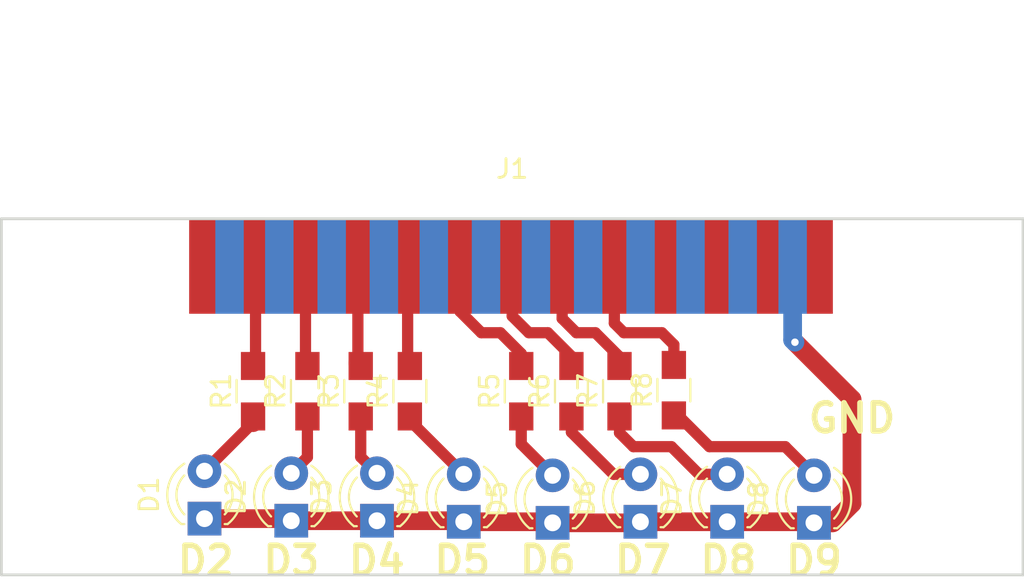
<source format=kicad_pcb>
(kicad_pcb (version 4) (host pcbnew 4.0.4-stable)

  (general
    (links 24)
    (no_connects 0)
    (area 138.354999 88.824999 193.115001 108.025001)
    (thickness 1.6)
    (drawings 13)
    (tracks 73)
    (zones 0)
    (modules 17)
    (nets 34)
  )

  (page A4)
  (layers
    (0 F.Cu signal)
    (31 B.Cu signal)
    (32 B.Adhes user)
    (33 F.Adhes user)
    (34 B.Paste user)
    (35 F.Paste user)
    (36 B.SilkS user)
    (37 F.SilkS user)
    (38 B.Mask user)
    (39 F.Mask user)
    (40 Dwgs.User user)
    (41 Cmts.User user)
    (42 Eco1.User user)
    (43 Eco2.User user)
    (44 Edge.Cuts user)
    (45 Margin user)
    (46 B.CrtYd user)
    (47 F.CrtYd user)
    (48 B.Fab user)
    (49 F.Fab user)
  )

  (setup
    (last_trace_width 0.6)
    (user_trace_width 0.6)
    (user_trace_width 0.8)
    (user_trace_width 1)
    (user_trace_width 1.6)
    (user_trace_width 1.8)
    (trace_clearance 0.2)
    (zone_clearance 0.508)
    (zone_45_only no)
    (trace_min 0.2)
    (segment_width 0.2)
    (edge_width 0.15)
    (via_size 0.6)
    (via_drill 0.4)
    (via_min_size 0.4)
    (via_min_drill 0.3)
    (uvia_size 0.3)
    (uvia_drill 0.1)
    (uvias_allowed no)
    (uvia_min_size 0.2)
    (uvia_min_drill 0.1)
    (pcb_text_width 0.3)
    (pcb_text_size 1.5 1.5)
    (mod_edge_width 0.15)
    (mod_text_size 1 1)
    (mod_text_width 0.15)
    (pad_size 1.524 1.524)
    (pad_drill 0.762)
    (pad_to_mask_clearance 0.2)
    (aux_axis_origin 0 0)
    (visible_elements 7FFFFFFF)
    (pcbplotparams
      (layerselection 0x00030_80000001)
      (usegerberextensions false)
      (excludeedgelayer true)
      (linewidth 0.100000)
      (plotframeref false)
      (viasonmask false)
      (mode 1)
      (useauxorigin false)
      (hpglpennumber 1)
      (hpglpenspeed 20)
      (hpglpendiameter 15)
      (hpglpenoverlay 2)
      (psnegative false)
      (psa4output false)
      (plotreference true)
      (plotvalue true)
      (plotinvisibletext false)
      (padsonsilk false)
      (subtractmaskfromsilk false)
      (outputformat 1)
      (mirror false)
      (drillshape 1)
      (scaleselection 1)
      (outputdirectory ""))
  )

  (net 0 "")
  (net 1 /GND)
  (net 2 "Net-(D1-Pad2)")
  (net 3 "Net-(D2-Pad2)")
  (net 4 "Net-(D3-Pad2)")
  (net 5 "Net-(D4-Pad2)")
  (net 6 "Net-(D5-Pad2)")
  (net 7 "Net-(D6-Pad2)")
  (net 8 "Net-(D7-Pad2)")
  (net 9 "Net-(D8-Pad2)")
  (net 10 "Net-(J1-Pad1)")
  (net 11 /D0)
  (net 12 /D1)
  (net 13 /D2)
  (net 14 /D3)
  (net 15 /D4)
  (net 16 /D5)
  (net 17 /D6)
  (net 18 /D7)
  (net 19 "Net-(J1-Pad10)")
  (net 20 "Net-(J1-Pad11)")
  (net 21 "Net-(J1-Pad12)")
  (net 22 "Net-(J1-Pad13)")
  (net 23 "Net-(J1-Pad14)")
  (net 24 "Net-(J1-Pad15)")
  (net 25 "Net-(J1-Pad16)")
  (net 26 "Net-(J1-Pad17)")
  (net 27 "Net-(J1-Pad18)")
  (net 28 "Net-(J1-Pad19)")
  (net 29 "Net-(J1-Pad20)")
  (net 30 "Net-(J1-Pad21)")
  (net 31 "Net-(J1-Pad22)")
  (net 32 "Net-(J1-Pad23)")
  (net 33 "Net-(J1-Pad24)")

  (net_class Default "This is the default net class."
    (clearance 0.2)
    (trace_width 0.25)
    (via_dia 0.6)
    (via_drill 0.4)
    (uvia_dia 0.3)
    (uvia_drill 0.1)
    (add_net /D0)
    (add_net /D1)
    (add_net /D2)
    (add_net /D3)
    (add_net /D4)
    (add_net /D5)
    (add_net /D6)
    (add_net /D7)
    (add_net /GND)
    (add_net "Net-(D1-Pad2)")
    (add_net "Net-(D2-Pad2)")
    (add_net "Net-(D3-Pad2)")
    (add_net "Net-(D4-Pad2)")
    (add_net "Net-(D5-Pad2)")
    (add_net "Net-(D6-Pad2)")
    (add_net "Net-(D7-Pad2)")
    (add_net "Net-(D8-Pad2)")
    (add_net "Net-(J1-Pad1)")
    (add_net "Net-(J1-Pad10)")
    (add_net "Net-(J1-Pad11)")
    (add_net "Net-(J1-Pad12)")
    (add_net "Net-(J1-Pad13)")
    (add_net "Net-(J1-Pad14)")
    (add_net "Net-(J1-Pad15)")
    (add_net "Net-(J1-Pad16)")
    (add_net "Net-(J1-Pad17)")
    (add_net "Net-(J1-Pad18)")
    (add_net "Net-(J1-Pad19)")
    (add_net "Net-(J1-Pad20)")
    (add_net "Net-(J1-Pad21)")
    (add_net "Net-(J1-Pad22)")
    (add_net "Net-(J1-Pad23)")
    (add_net "Net-(J1-Pad24)")
  )

  (module LEDs:LED_D3.0mm (layer F.Cu) (tedit 587A3A7B) (tstamp 5953B0B6)
    (at 149.28596 104.94264 90)
    (descr "LED, diameter 3.0mm, 2 pins")
    (tags "LED diameter 3.0mm 2 pins")
    (path /5953A2B2)
    (fp_text reference D1 (at 1.27 -2.96 90) (layer F.SilkS)
      (effects (font (size 1 1) (thickness 0.15)))
    )
    (fp_text value LED (at 1.27 2.96 90) (layer F.Fab)
      (effects (font (size 1 1) (thickness 0.15)))
    )
    (fp_arc (start 1.27 0) (end -0.23 -1.16619) (angle 284.3) (layer F.Fab) (width 0.1))
    (fp_arc (start 1.27 0) (end -0.29 -1.235516) (angle 108.8) (layer F.SilkS) (width 0.12))
    (fp_arc (start 1.27 0) (end -0.29 1.235516) (angle -108.8) (layer F.SilkS) (width 0.12))
    (fp_arc (start 1.27 0) (end 0.229039 -1.08) (angle 87.9) (layer F.SilkS) (width 0.12))
    (fp_arc (start 1.27 0) (end 0.229039 1.08) (angle -87.9) (layer F.SilkS) (width 0.12))
    (fp_circle (center 1.27 0) (end 2.77 0) (layer F.Fab) (width 0.1))
    (fp_line (start -0.23 -1.16619) (end -0.23 1.16619) (layer F.Fab) (width 0.1))
    (fp_line (start -0.29 -1.236) (end -0.29 -1.08) (layer F.SilkS) (width 0.12))
    (fp_line (start -0.29 1.08) (end -0.29 1.236) (layer F.SilkS) (width 0.12))
    (fp_line (start -1.15 -2.25) (end -1.15 2.25) (layer F.CrtYd) (width 0.05))
    (fp_line (start -1.15 2.25) (end 3.7 2.25) (layer F.CrtYd) (width 0.05))
    (fp_line (start 3.7 2.25) (end 3.7 -2.25) (layer F.CrtYd) (width 0.05))
    (fp_line (start 3.7 -2.25) (end -1.15 -2.25) (layer F.CrtYd) (width 0.05))
    (pad 1 thru_hole rect (at 0 0 90) (size 1.8 1.8) (drill 0.9) (layers *.Cu *.Mask)
      (net 1 /GND))
    (pad 2 thru_hole circle (at 2.54 0 90) (size 1.8 1.8) (drill 0.9) (layers *.Cu *.Mask)
      (net 2 "Net-(D1-Pad2)"))
    (model LEDs.3dshapes/LED_D3.0mm.wrl
      (at (xyz 0 0 0))
      (scale (xyz 0.393701 0.393701 0.393701))
      (rotate (xyz 0 0 0))
    )
  )

  (module LEDs:LED_D3.0mm (layer F.Cu) (tedit 587A3A7B) (tstamp 5953B0C9)
    (at 153.924 105.0544 90)
    (descr "LED, diameter 3.0mm, 2 pins")
    (tags "LED diameter 3.0mm 2 pins")
    (path /5953A42F)
    (fp_text reference D2 (at 1.27 -2.96 90) (layer F.SilkS)
      (effects (font (size 1 1) (thickness 0.15)))
    )
    (fp_text value LED (at 1.27 2.96 90) (layer F.Fab)
      (effects (font (size 1 1) (thickness 0.15)))
    )
    (fp_arc (start 1.27 0) (end -0.23 -1.16619) (angle 284.3) (layer F.Fab) (width 0.1))
    (fp_arc (start 1.27 0) (end -0.29 -1.235516) (angle 108.8) (layer F.SilkS) (width 0.12))
    (fp_arc (start 1.27 0) (end -0.29 1.235516) (angle -108.8) (layer F.SilkS) (width 0.12))
    (fp_arc (start 1.27 0) (end 0.229039 -1.08) (angle 87.9) (layer F.SilkS) (width 0.12))
    (fp_arc (start 1.27 0) (end 0.229039 1.08) (angle -87.9) (layer F.SilkS) (width 0.12))
    (fp_circle (center 1.27 0) (end 2.77 0) (layer F.Fab) (width 0.1))
    (fp_line (start -0.23 -1.16619) (end -0.23 1.16619) (layer F.Fab) (width 0.1))
    (fp_line (start -0.29 -1.236) (end -0.29 -1.08) (layer F.SilkS) (width 0.12))
    (fp_line (start -0.29 1.08) (end -0.29 1.236) (layer F.SilkS) (width 0.12))
    (fp_line (start -1.15 -2.25) (end -1.15 2.25) (layer F.CrtYd) (width 0.05))
    (fp_line (start -1.15 2.25) (end 3.7 2.25) (layer F.CrtYd) (width 0.05))
    (fp_line (start 3.7 2.25) (end 3.7 -2.25) (layer F.CrtYd) (width 0.05))
    (fp_line (start 3.7 -2.25) (end -1.15 -2.25) (layer F.CrtYd) (width 0.05))
    (pad 1 thru_hole rect (at 0 0 90) (size 1.8 1.8) (drill 0.9) (layers *.Cu *.Mask)
      (net 1 /GND))
    (pad 2 thru_hole circle (at 2.54 0 90) (size 1.8 1.8) (drill 0.9) (layers *.Cu *.Mask)
      (net 3 "Net-(D2-Pad2)"))
    (model LEDs.3dshapes/LED_D3.0mm.wrl
      (at (xyz 0 0 0))
      (scale (xyz 0.393701 0.393701 0.393701))
      (rotate (xyz 0 0 0))
    )
  )

  (module LEDs:LED_D3.0mm (layer F.Cu) (tedit 587A3A7B) (tstamp 5953B0DC)
    (at 158.50616 105.0544 90)
    (descr "LED, diameter 3.0mm, 2 pins")
    (tags "LED diameter 3.0mm 2 pins")
    (path /5953A458)
    (fp_text reference D3 (at 1.27 -2.96 90) (layer F.SilkS)
      (effects (font (size 1 1) (thickness 0.15)))
    )
    (fp_text value LED (at 1.27 2.96 90) (layer F.Fab)
      (effects (font (size 1 1) (thickness 0.15)))
    )
    (fp_arc (start 1.27 0) (end -0.23 -1.16619) (angle 284.3) (layer F.Fab) (width 0.1))
    (fp_arc (start 1.27 0) (end -0.29 -1.235516) (angle 108.8) (layer F.SilkS) (width 0.12))
    (fp_arc (start 1.27 0) (end -0.29 1.235516) (angle -108.8) (layer F.SilkS) (width 0.12))
    (fp_arc (start 1.27 0) (end 0.229039 -1.08) (angle 87.9) (layer F.SilkS) (width 0.12))
    (fp_arc (start 1.27 0) (end 0.229039 1.08) (angle -87.9) (layer F.SilkS) (width 0.12))
    (fp_circle (center 1.27 0) (end 2.77 0) (layer F.Fab) (width 0.1))
    (fp_line (start -0.23 -1.16619) (end -0.23 1.16619) (layer F.Fab) (width 0.1))
    (fp_line (start -0.29 -1.236) (end -0.29 -1.08) (layer F.SilkS) (width 0.12))
    (fp_line (start -0.29 1.08) (end -0.29 1.236) (layer F.SilkS) (width 0.12))
    (fp_line (start -1.15 -2.25) (end -1.15 2.25) (layer F.CrtYd) (width 0.05))
    (fp_line (start -1.15 2.25) (end 3.7 2.25) (layer F.CrtYd) (width 0.05))
    (fp_line (start 3.7 2.25) (end 3.7 -2.25) (layer F.CrtYd) (width 0.05))
    (fp_line (start 3.7 -2.25) (end -1.15 -2.25) (layer F.CrtYd) (width 0.05))
    (pad 1 thru_hole rect (at 0 0 90) (size 1.8 1.8) (drill 0.9) (layers *.Cu *.Mask)
      (net 1 /GND))
    (pad 2 thru_hole circle (at 2.54 0 90) (size 1.8 1.8) (drill 0.9) (layers *.Cu *.Mask)
      (net 4 "Net-(D3-Pad2)"))
    (model LEDs.3dshapes/LED_D3.0mm.wrl
      (at (xyz 0 0 0))
      (scale (xyz 0.393701 0.393701 0.393701))
      (rotate (xyz 0 0 0))
    )
  )

  (module LEDs:LED_D3.0mm (layer F.Cu) (tedit 587A3A7B) (tstamp 5953B0EF)
    (at 163.1442 105.11028 90)
    (descr "LED, diameter 3.0mm, 2 pins")
    (tags "LED diameter 3.0mm 2 pins")
    (path /5953A47C)
    (fp_text reference D4 (at 1.27 -2.96 90) (layer F.SilkS)
      (effects (font (size 1 1) (thickness 0.15)))
    )
    (fp_text value LED (at 1.27 2.96 90) (layer F.Fab)
      (effects (font (size 1 1) (thickness 0.15)))
    )
    (fp_arc (start 1.27 0) (end -0.23 -1.16619) (angle 284.3) (layer F.Fab) (width 0.1))
    (fp_arc (start 1.27 0) (end -0.29 -1.235516) (angle 108.8) (layer F.SilkS) (width 0.12))
    (fp_arc (start 1.27 0) (end -0.29 1.235516) (angle -108.8) (layer F.SilkS) (width 0.12))
    (fp_arc (start 1.27 0) (end 0.229039 -1.08) (angle 87.9) (layer F.SilkS) (width 0.12))
    (fp_arc (start 1.27 0) (end 0.229039 1.08) (angle -87.9) (layer F.SilkS) (width 0.12))
    (fp_circle (center 1.27 0) (end 2.77 0) (layer F.Fab) (width 0.1))
    (fp_line (start -0.23 -1.16619) (end -0.23 1.16619) (layer F.Fab) (width 0.1))
    (fp_line (start -0.29 -1.236) (end -0.29 -1.08) (layer F.SilkS) (width 0.12))
    (fp_line (start -0.29 1.08) (end -0.29 1.236) (layer F.SilkS) (width 0.12))
    (fp_line (start -1.15 -2.25) (end -1.15 2.25) (layer F.CrtYd) (width 0.05))
    (fp_line (start -1.15 2.25) (end 3.7 2.25) (layer F.CrtYd) (width 0.05))
    (fp_line (start 3.7 2.25) (end 3.7 -2.25) (layer F.CrtYd) (width 0.05))
    (fp_line (start 3.7 -2.25) (end -1.15 -2.25) (layer F.CrtYd) (width 0.05))
    (pad 1 thru_hole rect (at 0 0 90) (size 1.8 1.8) (drill 0.9) (layers *.Cu *.Mask)
      (net 1 /GND))
    (pad 2 thru_hole circle (at 2.54 0 90) (size 1.8 1.8) (drill 0.9) (layers *.Cu *.Mask)
      (net 5 "Net-(D4-Pad2)"))
    (model LEDs.3dshapes/LED_D3.0mm.wrl
      (at (xyz 0 0 0))
      (scale (xyz 0.393701 0.393701 0.393701))
      (rotate (xyz 0 0 0))
    )
  )

  (module LEDs:LED_D3.0mm (layer F.Cu) (tedit 587A3A7B) (tstamp 5953B102)
    (at 167.894 105.16616 90)
    (descr "LED, diameter 3.0mm, 2 pins")
    (tags "LED diameter 3.0mm 2 pins")
    (path /5953A4A9)
    (fp_text reference D5 (at 1.27 -2.96 90) (layer F.SilkS)
      (effects (font (size 1 1) (thickness 0.15)))
    )
    (fp_text value LED (at 1.27 2.96 90) (layer F.Fab)
      (effects (font (size 1 1) (thickness 0.15)))
    )
    (fp_arc (start 1.27 0) (end -0.23 -1.16619) (angle 284.3) (layer F.Fab) (width 0.1))
    (fp_arc (start 1.27 0) (end -0.29 -1.235516) (angle 108.8) (layer F.SilkS) (width 0.12))
    (fp_arc (start 1.27 0) (end -0.29 1.235516) (angle -108.8) (layer F.SilkS) (width 0.12))
    (fp_arc (start 1.27 0) (end 0.229039 -1.08) (angle 87.9) (layer F.SilkS) (width 0.12))
    (fp_arc (start 1.27 0) (end 0.229039 1.08) (angle -87.9) (layer F.SilkS) (width 0.12))
    (fp_circle (center 1.27 0) (end 2.77 0) (layer F.Fab) (width 0.1))
    (fp_line (start -0.23 -1.16619) (end -0.23 1.16619) (layer F.Fab) (width 0.1))
    (fp_line (start -0.29 -1.236) (end -0.29 -1.08) (layer F.SilkS) (width 0.12))
    (fp_line (start -0.29 1.08) (end -0.29 1.236) (layer F.SilkS) (width 0.12))
    (fp_line (start -1.15 -2.25) (end -1.15 2.25) (layer F.CrtYd) (width 0.05))
    (fp_line (start -1.15 2.25) (end 3.7 2.25) (layer F.CrtYd) (width 0.05))
    (fp_line (start 3.7 2.25) (end 3.7 -2.25) (layer F.CrtYd) (width 0.05))
    (fp_line (start 3.7 -2.25) (end -1.15 -2.25) (layer F.CrtYd) (width 0.05))
    (pad 1 thru_hole rect (at 0 0 90) (size 1.8 1.8) (drill 0.9) (layers *.Cu *.Mask)
      (net 1 /GND))
    (pad 2 thru_hole circle (at 2.54 0 90) (size 1.8 1.8) (drill 0.9) (layers *.Cu *.Mask)
      (net 6 "Net-(D5-Pad2)"))
    (model LEDs.3dshapes/LED_D3.0mm.wrl
      (at (xyz 0 0 0))
      (scale (xyz 0.393701 0.393701 0.393701))
      (rotate (xyz 0 0 0))
    )
  )

  (module LEDs:LED_D3.0mm (layer F.Cu) (tedit 587A3A7B) (tstamp 5953B115)
    (at 172.58792 105.11028 90)
    (descr "LED, diameter 3.0mm, 2 pins")
    (tags "LED diameter 3.0mm 2 pins")
    (path /5953A4D3)
    (fp_text reference D6 (at 1.27 -2.96 90) (layer F.SilkS)
      (effects (font (size 1 1) (thickness 0.15)))
    )
    (fp_text value LED (at 1.27 2.96 90) (layer F.Fab)
      (effects (font (size 1 1) (thickness 0.15)))
    )
    (fp_arc (start 1.27 0) (end -0.23 -1.16619) (angle 284.3) (layer F.Fab) (width 0.1))
    (fp_arc (start 1.27 0) (end -0.29 -1.235516) (angle 108.8) (layer F.SilkS) (width 0.12))
    (fp_arc (start 1.27 0) (end -0.29 1.235516) (angle -108.8) (layer F.SilkS) (width 0.12))
    (fp_arc (start 1.27 0) (end 0.229039 -1.08) (angle 87.9) (layer F.SilkS) (width 0.12))
    (fp_arc (start 1.27 0) (end 0.229039 1.08) (angle -87.9) (layer F.SilkS) (width 0.12))
    (fp_circle (center 1.27 0) (end 2.77 0) (layer F.Fab) (width 0.1))
    (fp_line (start -0.23 -1.16619) (end -0.23 1.16619) (layer F.Fab) (width 0.1))
    (fp_line (start -0.29 -1.236) (end -0.29 -1.08) (layer F.SilkS) (width 0.12))
    (fp_line (start -0.29 1.08) (end -0.29 1.236) (layer F.SilkS) (width 0.12))
    (fp_line (start -1.15 -2.25) (end -1.15 2.25) (layer F.CrtYd) (width 0.05))
    (fp_line (start -1.15 2.25) (end 3.7 2.25) (layer F.CrtYd) (width 0.05))
    (fp_line (start 3.7 2.25) (end 3.7 -2.25) (layer F.CrtYd) (width 0.05))
    (fp_line (start 3.7 -2.25) (end -1.15 -2.25) (layer F.CrtYd) (width 0.05))
    (pad 1 thru_hole rect (at 0 0 90) (size 1.8 1.8) (drill 0.9) (layers *.Cu *.Mask)
      (net 1 /GND))
    (pad 2 thru_hole circle (at 2.54 0 90) (size 1.8 1.8) (drill 0.9) (layers *.Cu *.Mask)
      (net 7 "Net-(D6-Pad2)"))
    (model LEDs.3dshapes/LED_D3.0mm.wrl
      (at (xyz 0 0 0))
      (scale (xyz 0.393701 0.393701 0.393701))
      (rotate (xyz 0 0 0))
    )
  )

  (module LEDs:LED_D3.0mm (layer F.Cu) (tedit 587A3A7B) (tstamp 5953B128)
    (at 177.22596 105.11028 90)
    (descr "LED, diameter 3.0mm, 2 pins")
    (tags "LED diameter 3.0mm 2 pins")
    (path /5953A500)
    (fp_text reference D7 (at 1.27 -2.96 90) (layer F.SilkS)
      (effects (font (size 1 1) (thickness 0.15)))
    )
    (fp_text value LED (at 1.27 2.96 90) (layer F.Fab)
      (effects (font (size 1 1) (thickness 0.15)))
    )
    (fp_arc (start 1.27 0) (end -0.23 -1.16619) (angle 284.3) (layer F.Fab) (width 0.1))
    (fp_arc (start 1.27 0) (end -0.29 -1.235516) (angle 108.8) (layer F.SilkS) (width 0.12))
    (fp_arc (start 1.27 0) (end -0.29 1.235516) (angle -108.8) (layer F.SilkS) (width 0.12))
    (fp_arc (start 1.27 0) (end 0.229039 -1.08) (angle 87.9) (layer F.SilkS) (width 0.12))
    (fp_arc (start 1.27 0) (end 0.229039 1.08) (angle -87.9) (layer F.SilkS) (width 0.12))
    (fp_circle (center 1.27 0) (end 2.77 0) (layer F.Fab) (width 0.1))
    (fp_line (start -0.23 -1.16619) (end -0.23 1.16619) (layer F.Fab) (width 0.1))
    (fp_line (start -0.29 -1.236) (end -0.29 -1.08) (layer F.SilkS) (width 0.12))
    (fp_line (start -0.29 1.08) (end -0.29 1.236) (layer F.SilkS) (width 0.12))
    (fp_line (start -1.15 -2.25) (end -1.15 2.25) (layer F.CrtYd) (width 0.05))
    (fp_line (start -1.15 2.25) (end 3.7 2.25) (layer F.CrtYd) (width 0.05))
    (fp_line (start 3.7 2.25) (end 3.7 -2.25) (layer F.CrtYd) (width 0.05))
    (fp_line (start 3.7 -2.25) (end -1.15 -2.25) (layer F.CrtYd) (width 0.05))
    (pad 1 thru_hole rect (at 0 0 90) (size 1.8 1.8) (drill 0.9) (layers *.Cu *.Mask)
      (net 1 /GND))
    (pad 2 thru_hole circle (at 2.54 0 90) (size 1.8 1.8) (drill 0.9) (layers *.Cu *.Mask)
      (net 8 "Net-(D7-Pad2)"))
    (model LEDs.3dshapes/LED_D3.0mm.wrl
      (at (xyz 0 0 0))
      (scale (xyz 0.393701 0.393701 0.393701))
      (rotate (xyz 0 0 0))
    )
  )

  (module LEDs:LED_D3.0mm (layer F.Cu) (tedit 587A3A7B) (tstamp 5953B13B)
    (at 181.864 105.16616 90)
    (descr "LED, diameter 3.0mm, 2 pins")
    (tags "LED diameter 3.0mm 2 pins")
    (path /5953A530)
    (fp_text reference D8 (at 1.27 -2.96 90) (layer F.SilkS)
      (effects (font (size 1 1) (thickness 0.15)))
    )
    (fp_text value LED (at 1.27 2.96 90) (layer F.Fab)
      (effects (font (size 1 1) (thickness 0.15)))
    )
    (fp_arc (start 1.27 0) (end -0.23 -1.16619) (angle 284.3) (layer F.Fab) (width 0.1))
    (fp_arc (start 1.27 0) (end -0.29 -1.235516) (angle 108.8) (layer F.SilkS) (width 0.12))
    (fp_arc (start 1.27 0) (end -0.29 1.235516) (angle -108.8) (layer F.SilkS) (width 0.12))
    (fp_arc (start 1.27 0) (end 0.229039 -1.08) (angle 87.9) (layer F.SilkS) (width 0.12))
    (fp_arc (start 1.27 0) (end 0.229039 1.08) (angle -87.9) (layer F.SilkS) (width 0.12))
    (fp_circle (center 1.27 0) (end 2.77 0) (layer F.Fab) (width 0.1))
    (fp_line (start -0.23 -1.16619) (end -0.23 1.16619) (layer F.Fab) (width 0.1))
    (fp_line (start -0.29 -1.236) (end -0.29 -1.08) (layer F.SilkS) (width 0.12))
    (fp_line (start -0.29 1.08) (end -0.29 1.236) (layer F.SilkS) (width 0.12))
    (fp_line (start -1.15 -2.25) (end -1.15 2.25) (layer F.CrtYd) (width 0.05))
    (fp_line (start -1.15 2.25) (end 3.7 2.25) (layer F.CrtYd) (width 0.05))
    (fp_line (start 3.7 2.25) (end 3.7 -2.25) (layer F.CrtYd) (width 0.05))
    (fp_line (start 3.7 -2.25) (end -1.15 -2.25) (layer F.CrtYd) (width 0.05))
    (pad 1 thru_hole rect (at 0 0 90) (size 1.8 1.8) (drill 0.9) (layers *.Cu *.Mask)
      (net 1 /GND))
    (pad 2 thru_hole circle (at 2.54 0 90) (size 1.8 1.8) (drill 0.9) (layers *.Cu *.Mask)
      (net 9 "Net-(D8-Pad2)"))
    (model LEDs.3dshapes/LED_D3.0mm.wrl
      (at (xyz 0 0 0))
      (scale (xyz 0.393701 0.393701 0.393701))
      (rotate (xyz 0 0 0))
    )
  )

  (module Connect:DB25F_CI (layer F.Cu) (tedit 0) (tstamp 5953B16D)
    (at 149.225 91.44)
    (descr "Connecteur DB25 femelle encarte")
    (tags "CONN DB25")
    (path /5953A21B)
    (fp_text reference J1 (at 16.51 -5.21 180) (layer F.SilkS)
      (effects (font (size 1 1) (thickness 0.15)))
    )
    (fp_text value DB25 (at 16.51 -11.56 180) (layer F.Fab)
      (effects (font (size 1 1) (thickness 0.15)))
    )
    (fp_text user 1 (at 0 -4.57 180) (layer F.Fab)
      (effects (font (size 1 1) (thickness 0.15)))
    )
    (fp_line (start 35.56 -3.17) (end 35.56 -1.52) (layer F.Fab) (width 0.1))
    (fp_line (start 35.56 -1.52) (end 34.16 -1.52) (layer F.Fab) (width 0.1))
    (fp_line (start -2.54 -3.17) (end -2.54 -1.65) (layer F.Fab) (width 0.1))
    (fp_line (start -2.54 -1.65) (end -1.27 -1.65) (layer F.Fab) (width 0.1))
    (fp_line (start 36.83 -3.17) (end -3.81 -3.17) (layer F.Fab) (width 0.1))
    (fp_line (start -3.81 -3.17) (end -3.81 -6.98) (layer F.Fab) (width 0.1))
    (fp_line (start -3.81 -6.98) (end 36.83 -6.98) (layer F.Fab) (width 0.1))
    (fp_line (start 36.83 -6.98) (end 36.83 -3.17) (layer F.Fab) (width 0.1))
    (fp_line (start -3.81 -6.98) (end -8.89 -6.98) (layer F.Fab) (width 0.1))
    (fp_line (start -8.89 -6.98) (end -8.89 -8.25) (layer F.Fab) (width 0.1))
    (fp_line (start -8.89 -8.25) (end 41.91 -8.25) (layer F.Fab) (width 0.1))
    (fp_line (start 41.91 -8.25) (end 41.91 -6.98) (layer F.Fab) (width 0.1))
    (fp_line (start 41.91 -6.98) (end 36.83 -6.98) (layer F.Fab) (width 0.1))
    (fp_line (start -3.81 -8.25) (end -3.81 -13.97) (layer F.Fab) (width 0.1))
    (fp_line (start -3.81 -13.97) (end 36.83 -13.97) (layer F.Fab) (width 0.1))
    (fp_line (start 36.83 -13.97) (end 36.83 -8.25) (layer F.Fab) (width 0.1))
    (fp_line (start -9.14 -14.22) (end 42.16 -14.22) (layer F.CrtYd) (width 0.05))
    (fp_line (start -9.14 -14.22) (end -9.14 1.01) (layer F.CrtYd) (width 0.05))
    (fp_line (start 42.16 1.01) (end 42.16 -14.22) (layer F.CrtYd) (width 0.05))
    (fp_line (start 42.16 1.01) (end -9.14 1.01) (layer F.CrtYd) (width 0.05))
    (pad 1 connect rect (at 0 0 90) (size 5.08 1.52) (layers F.Cu F.Mask)
      (net 10 "Net-(J1-Pad1)"))
    (pad 2 connect rect (at 2.79 0 90) (size 5.08 1.52) (layers F.Cu F.Mask)
      (net 11 /D0))
    (pad 3 connect rect (at 5.46 0 90) (size 5.08 1.52) (layers F.Cu F.Mask)
      (net 12 /D1))
    (pad 4 connect rect (at 8.26 0 90) (size 5.08 1.52) (layers F.Cu F.Mask)
      (net 13 /D2))
    (pad 5 connect rect (at 10.92 0 90) (size 5.08 1.52) (layers F.Cu F.Mask)
      (net 14 /D3))
    (pad 6 connect rect (at 13.72 0 90) (size 5.08 1.52) (layers F.Cu F.Mask)
      (net 15 /D4))
    (pad 7 connect rect (at 16.51 0 90) (size 5.08 1.52) (layers F.Cu F.Mask)
      (net 16 /D5))
    (pad 8 connect rect (at 19.18 0 90) (size 5.08 1.52) (layers F.Cu F.Mask)
      (net 17 /D6))
    (pad 9 connect rect (at 21.97 0 90) (size 5.08 1.52) (layers F.Cu F.Mask)
      (net 18 /D7))
    (pad 10 connect rect (at 24.64 0 90) (size 5.08 1.52) (layers F.Cu F.Mask)
      (net 19 "Net-(J1-Pad10)"))
    (pad 11 connect rect (at 27.43 0 90) (size 5.08 1.52) (layers F.Cu F.Mask)
      (net 20 "Net-(J1-Pad11)"))
    (pad 12 connect rect (at 30.23 0 90) (size 5.08 1.52) (layers F.Cu F.Mask)
      (net 21 "Net-(J1-Pad12)"))
    (pad 13 connect rect (at 32.89 0 90) (size 5.08 1.52) (layers F.Cu F.Mask)
      (net 22 "Net-(J1-Pad13)"))
    (pad 14 connect rect (at 1.4 0 90) (size 5.08 1.52) (layers B.Cu B.Mask)
      (net 23 "Net-(J1-Pad14)"))
    (pad 15 connect rect (at 4.06 0 90) (size 5.08 1.52) (layers B.Cu B.Mask)
      (net 24 "Net-(J1-Pad15)"))
    (pad 16 connect rect (at 6.86 0 90) (size 5.08 1.52) (layers B.Cu B.Mask)
      (net 25 "Net-(J1-Pad16)"))
    (pad 17 connect rect (at 9.65 0 90) (size 5.08 1.52) (layers B.Cu B.Mask)
      (net 26 "Net-(J1-Pad17)"))
    (pad 18 connect rect (at 12.32 0 90) (size 5.08 1.52) (layers B.Cu B.Mask)
      (net 27 "Net-(J1-Pad18)"))
    (pad 19 connect rect (at 15.11 0 90) (size 5.08 1.52) (layers B.Cu B.Mask)
      (net 28 "Net-(J1-Pad19)"))
    (pad 20 connect rect (at 17.78 0 90) (size 5.08 1.52) (layers B.Cu B.Mask)
      (net 29 "Net-(J1-Pad20)"))
    (pad 21 connect rect (at 20.57 0 90) (size 5.08 1.52) (layers B.Cu B.Mask)
      (net 30 "Net-(J1-Pad21)"))
    (pad 22 connect rect (at 23.37 0 90) (size 5.08 1.52) (layers B.Cu B.Mask)
      (net 31 "Net-(J1-Pad22)"))
    (pad 23 connect rect (at 26.04 0 90) (size 5.08 1.52) (layers B.Cu B.Mask)
      (net 32 "Net-(J1-Pad23)"))
    (pad 24 connect rect (at 28.83 0 90) (size 5.08 1.52) (layers B.Cu B.Mask)
      (net 33 "Net-(J1-Pad24)"))
    (pad 25 connect rect (at 31.5 0 90) (size 5.08 1.52) (layers B.Cu B.Mask)
      (net 1 /GND))
    (model Connectors.3dshapes/DB25F_CI.wrl
      (at (xyz 0.65 0.1 -0.03))
      (scale (xyz 0.98 1 1))
      (rotate (xyz 90 180 0))
    )
  )

  (module Resistors_SMD:R_0805_HandSoldering (layer F.Cu) (tedit 58E0A804) (tstamp 598EE266)
    (at 151.88184 98.12528 90)
    (descr "Resistor SMD 0805, hand soldering")
    (tags "resistor 0805")
    (path /5953A5C7)
    (attr smd)
    (fp_text reference R1 (at 0 -1.7 90) (layer F.SilkS)
      (effects (font (size 1 1) (thickness 0.15)))
    )
    (fp_text value R (at 0 1.75 90) (layer F.Fab)
      (effects (font (size 1 1) (thickness 0.15)))
    )
    (fp_text user %R (at 0 0 90) (layer F.Fab)
      (effects (font (size 0.5 0.5) (thickness 0.075)))
    )
    (fp_line (start -1 0.62) (end -1 -0.62) (layer F.Fab) (width 0.1))
    (fp_line (start 1 0.62) (end -1 0.62) (layer F.Fab) (width 0.1))
    (fp_line (start 1 -0.62) (end 1 0.62) (layer F.Fab) (width 0.1))
    (fp_line (start -1 -0.62) (end 1 -0.62) (layer F.Fab) (width 0.1))
    (fp_line (start 0.6 0.88) (end -0.6 0.88) (layer F.SilkS) (width 0.12))
    (fp_line (start -0.6 -0.88) (end 0.6 -0.88) (layer F.SilkS) (width 0.12))
    (fp_line (start -2.35 -0.9) (end 2.35 -0.9) (layer F.CrtYd) (width 0.05))
    (fp_line (start -2.35 -0.9) (end -2.35 0.9) (layer F.CrtYd) (width 0.05))
    (fp_line (start 2.35 0.9) (end 2.35 -0.9) (layer F.CrtYd) (width 0.05))
    (fp_line (start 2.35 0.9) (end -2.35 0.9) (layer F.CrtYd) (width 0.05))
    (pad 1 smd rect (at -1.35 0 90) (size 1.5 1.3) (layers F.Cu F.Paste F.Mask)
      (net 2 "Net-(D1-Pad2)"))
    (pad 2 smd rect (at 1.35 0 90) (size 1.5 1.3) (layers F.Cu F.Paste F.Mask)
      (net 11 /D0))
    (model ${KISYS3DMOD}/Resistors_SMD.3dshapes/R_0805.wrl
      (at (xyz 0 0 0))
      (scale (xyz 1 1 1))
      (rotate (xyz 0 0 0))
    )
  )

  (module Resistors_SMD:R_0805_HandSoldering (layer F.Cu) (tedit 58E0A804) (tstamp 598EE276)
    (at 154.7876 98.12528 90)
    (descr "Resistor SMD 0805, hand soldering")
    (tags "resistor 0805")
    (path /5953A62A)
    (attr smd)
    (fp_text reference R2 (at 0 -1.7 90) (layer F.SilkS)
      (effects (font (size 1 1) (thickness 0.15)))
    )
    (fp_text value R (at 0 1.75 90) (layer F.Fab)
      (effects (font (size 1 1) (thickness 0.15)))
    )
    (fp_text user %R (at 0 0 90) (layer F.Fab)
      (effects (font (size 0.5 0.5) (thickness 0.075)))
    )
    (fp_line (start -1 0.62) (end -1 -0.62) (layer F.Fab) (width 0.1))
    (fp_line (start 1 0.62) (end -1 0.62) (layer F.Fab) (width 0.1))
    (fp_line (start 1 -0.62) (end 1 0.62) (layer F.Fab) (width 0.1))
    (fp_line (start -1 -0.62) (end 1 -0.62) (layer F.Fab) (width 0.1))
    (fp_line (start 0.6 0.88) (end -0.6 0.88) (layer F.SilkS) (width 0.12))
    (fp_line (start -0.6 -0.88) (end 0.6 -0.88) (layer F.SilkS) (width 0.12))
    (fp_line (start -2.35 -0.9) (end 2.35 -0.9) (layer F.CrtYd) (width 0.05))
    (fp_line (start -2.35 -0.9) (end -2.35 0.9) (layer F.CrtYd) (width 0.05))
    (fp_line (start 2.35 0.9) (end 2.35 -0.9) (layer F.CrtYd) (width 0.05))
    (fp_line (start 2.35 0.9) (end -2.35 0.9) (layer F.CrtYd) (width 0.05))
    (pad 1 smd rect (at -1.35 0 90) (size 1.5 1.3) (layers F.Cu F.Paste F.Mask)
      (net 3 "Net-(D2-Pad2)"))
    (pad 2 smd rect (at 1.35 0 90) (size 1.5 1.3) (layers F.Cu F.Paste F.Mask)
      (net 12 /D1))
    (model ${KISYS3DMOD}/Resistors_SMD.3dshapes/R_0805.wrl
      (at (xyz 0 0 0))
      (scale (xyz 1 1 1))
      (rotate (xyz 0 0 0))
    )
  )

  (module Resistors_SMD:R_0805_HandSoldering (layer F.Cu) (tedit 58E0A804) (tstamp 598EE286)
    (at 157.63748 98.12528 90)
    (descr "Resistor SMD 0805, hand soldering")
    (tags "resistor 0805")
    (path /5953A663)
    (attr smd)
    (fp_text reference R3 (at 0 -1.7 90) (layer F.SilkS)
      (effects (font (size 1 1) (thickness 0.15)))
    )
    (fp_text value R (at 0 1.75 90) (layer F.Fab)
      (effects (font (size 1 1) (thickness 0.15)))
    )
    (fp_text user %R (at 0 0 90) (layer F.Fab)
      (effects (font (size 0.5 0.5) (thickness 0.075)))
    )
    (fp_line (start -1 0.62) (end -1 -0.62) (layer F.Fab) (width 0.1))
    (fp_line (start 1 0.62) (end -1 0.62) (layer F.Fab) (width 0.1))
    (fp_line (start 1 -0.62) (end 1 0.62) (layer F.Fab) (width 0.1))
    (fp_line (start -1 -0.62) (end 1 -0.62) (layer F.Fab) (width 0.1))
    (fp_line (start 0.6 0.88) (end -0.6 0.88) (layer F.SilkS) (width 0.12))
    (fp_line (start -0.6 -0.88) (end 0.6 -0.88) (layer F.SilkS) (width 0.12))
    (fp_line (start -2.35 -0.9) (end 2.35 -0.9) (layer F.CrtYd) (width 0.05))
    (fp_line (start -2.35 -0.9) (end -2.35 0.9) (layer F.CrtYd) (width 0.05))
    (fp_line (start 2.35 0.9) (end 2.35 -0.9) (layer F.CrtYd) (width 0.05))
    (fp_line (start 2.35 0.9) (end -2.35 0.9) (layer F.CrtYd) (width 0.05))
    (pad 1 smd rect (at -1.35 0 90) (size 1.5 1.3) (layers F.Cu F.Paste F.Mask)
      (net 4 "Net-(D3-Pad2)"))
    (pad 2 smd rect (at 1.35 0 90) (size 1.5 1.3) (layers F.Cu F.Paste F.Mask)
      (net 13 /D2))
    (model ${KISYS3DMOD}/Resistors_SMD.3dshapes/R_0805.wrl
      (at (xyz 0 0 0))
      (scale (xyz 1 1 1))
      (rotate (xyz 0 0 0))
    )
  )

  (module Resistors_SMD:R_0805_HandSoldering (layer F.Cu) (tedit 58E0A804) (tstamp 598EE296)
    (at 160.26384 98.12528 90)
    (descr "Resistor SMD 0805, hand soldering")
    (tags "resistor 0805")
    (path /5953A6A7)
    (attr smd)
    (fp_text reference R4 (at 0 -1.7 90) (layer F.SilkS)
      (effects (font (size 1 1) (thickness 0.15)))
    )
    (fp_text value R (at 0 1.75 90) (layer F.Fab)
      (effects (font (size 1 1) (thickness 0.15)))
    )
    (fp_text user %R (at 0 0 90) (layer F.Fab)
      (effects (font (size 0.5 0.5) (thickness 0.075)))
    )
    (fp_line (start -1 0.62) (end -1 -0.62) (layer F.Fab) (width 0.1))
    (fp_line (start 1 0.62) (end -1 0.62) (layer F.Fab) (width 0.1))
    (fp_line (start 1 -0.62) (end 1 0.62) (layer F.Fab) (width 0.1))
    (fp_line (start -1 -0.62) (end 1 -0.62) (layer F.Fab) (width 0.1))
    (fp_line (start 0.6 0.88) (end -0.6 0.88) (layer F.SilkS) (width 0.12))
    (fp_line (start -0.6 -0.88) (end 0.6 -0.88) (layer F.SilkS) (width 0.12))
    (fp_line (start -2.35 -0.9) (end 2.35 -0.9) (layer F.CrtYd) (width 0.05))
    (fp_line (start -2.35 -0.9) (end -2.35 0.9) (layer F.CrtYd) (width 0.05))
    (fp_line (start 2.35 0.9) (end 2.35 -0.9) (layer F.CrtYd) (width 0.05))
    (fp_line (start 2.35 0.9) (end -2.35 0.9) (layer F.CrtYd) (width 0.05))
    (pad 1 smd rect (at -1.35 0 90) (size 1.5 1.3) (layers F.Cu F.Paste F.Mask)
      (net 5 "Net-(D4-Pad2)"))
    (pad 2 smd rect (at 1.35 0 90) (size 1.5 1.3) (layers F.Cu F.Paste F.Mask)
      (net 14 /D3))
    (model ${KISYS3DMOD}/Resistors_SMD.3dshapes/R_0805.wrl
      (at (xyz 0 0 0))
      (scale (xyz 1 1 1))
      (rotate (xyz 0 0 0))
    )
  )

  (module Resistors_SMD:R_0805_HandSoldering (layer F.Cu) (tedit 58E0A804) (tstamp 598EE2A6)
    (at 166.2176 98.12528 90)
    (descr "Resistor SMD 0805, hand soldering")
    (tags "resistor 0805")
    (path /5953A6EE)
    (attr smd)
    (fp_text reference R5 (at 0 -1.7 90) (layer F.SilkS)
      (effects (font (size 1 1) (thickness 0.15)))
    )
    (fp_text value R (at 0 1.75 90) (layer F.Fab)
      (effects (font (size 1 1) (thickness 0.15)))
    )
    (fp_text user %R (at 0 0 90) (layer F.Fab)
      (effects (font (size 0.5 0.5) (thickness 0.075)))
    )
    (fp_line (start -1 0.62) (end -1 -0.62) (layer F.Fab) (width 0.1))
    (fp_line (start 1 0.62) (end -1 0.62) (layer F.Fab) (width 0.1))
    (fp_line (start 1 -0.62) (end 1 0.62) (layer F.Fab) (width 0.1))
    (fp_line (start -1 -0.62) (end 1 -0.62) (layer F.Fab) (width 0.1))
    (fp_line (start 0.6 0.88) (end -0.6 0.88) (layer F.SilkS) (width 0.12))
    (fp_line (start -0.6 -0.88) (end 0.6 -0.88) (layer F.SilkS) (width 0.12))
    (fp_line (start -2.35 -0.9) (end 2.35 -0.9) (layer F.CrtYd) (width 0.05))
    (fp_line (start -2.35 -0.9) (end -2.35 0.9) (layer F.CrtYd) (width 0.05))
    (fp_line (start 2.35 0.9) (end 2.35 -0.9) (layer F.CrtYd) (width 0.05))
    (fp_line (start 2.35 0.9) (end -2.35 0.9) (layer F.CrtYd) (width 0.05))
    (pad 1 smd rect (at -1.35 0 90) (size 1.5 1.3) (layers F.Cu F.Paste F.Mask)
      (net 6 "Net-(D5-Pad2)"))
    (pad 2 smd rect (at 1.35 0 90) (size 1.5 1.3) (layers F.Cu F.Paste F.Mask)
      (net 15 /D4))
    (model ${KISYS3DMOD}/Resistors_SMD.3dshapes/R_0805.wrl
      (at (xyz 0 0 0))
      (scale (xyz 1 1 1))
      (rotate (xyz 0 0 0))
    )
  )

  (module Resistors_SMD:R_0805_HandSoldering (layer F.Cu) (tedit 58E0A804) (tstamp 598EE2B6)
    (at 168.89984 98.12528 90)
    (descr "Resistor SMD 0805, hand soldering")
    (tags "resistor 0805")
    (path /5953A730)
    (attr smd)
    (fp_text reference R6 (at 0 -1.7 90) (layer F.SilkS)
      (effects (font (size 1 1) (thickness 0.15)))
    )
    (fp_text value R (at 0 1.75 90) (layer F.Fab)
      (effects (font (size 1 1) (thickness 0.15)))
    )
    (fp_text user %R (at 0 0 90) (layer F.Fab)
      (effects (font (size 0.5 0.5) (thickness 0.075)))
    )
    (fp_line (start -1 0.62) (end -1 -0.62) (layer F.Fab) (width 0.1))
    (fp_line (start 1 0.62) (end -1 0.62) (layer F.Fab) (width 0.1))
    (fp_line (start 1 -0.62) (end 1 0.62) (layer F.Fab) (width 0.1))
    (fp_line (start -1 -0.62) (end 1 -0.62) (layer F.Fab) (width 0.1))
    (fp_line (start 0.6 0.88) (end -0.6 0.88) (layer F.SilkS) (width 0.12))
    (fp_line (start -0.6 -0.88) (end 0.6 -0.88) (layer F.SilkS) (width 0.12))
    (fp_line (start -2.35 -0.9) (end 2.35 -0.9) (layer F.CrtYd) (width 0.05))
    (fp_line (start -2.35 -0.9) (end -2.35 0.9) (layer F.CrtYd) (width 0.05))
    (fp_line (start 2.35 0.9) (end 2.35 -0.9) (layer F.CrtYd) (width 0.05))
    (fp_line (start 2.35 0.9) (end -2.35 0.9) (layer F.CrtYd) (width 0.05))
    (pad 1 smd rect (at -1.35 0 90) (size 1.5 1.3) (layers F.Cu F.Paste F.Mask)
      (net 7 "Net-(D6-Pad2)"))
    (pad 2 smd rect (at 1.35 0 90) (size 1.5 1.3) (layers F.Cu F.Paste F.Mask)
      (net 16 /D5))
    (model ${KISYS3DMOD}/Resistors_SMD.3dshapes/R_0805.wrl
      (at (xyz 0 0 0))
      (scale (xyz 1 1 1))
      (rotate (xyz 0 0 0))
    )
  )

  (module Resistors_SMD:R_0805_HandSoldering (layer F.Cu) (tedit 58E0A804) (tstamp 598EE2C6)
    (at 171.47032 98.12528 90)
    (descr "Resistor SMD 0805, hand soldering")
    (tags "resistor 0805")
    (path /5953A779)
    (attr smd)
    (fp_text reference R7 (at 0 -1.7 90) (layer F.SilkS)
      (effects (font (size 1 1) (thickness 0.15)))
    )
    (fp_text value R (at 0 1.75 90) (layer F.Fab)
      (effects (font (size 1 1) (thickness 0.15)))
    )
    (fp_text user %R (at 0 0 90) (layer F.Fab)
      (effects (font (size 0.5 0.5) (thickness 0.075)))
    )
    (fp_line (start -1 0.62) (end -1 -0.62) (layer F.Fab) (width 0.1))
    (fp_line (start 1 0.62) (end -1 0.62) (layer F.Fab) (width 0.1))
    (fp_line (start 1 -0.62) (end 1 0.62) (layer F.Fab) (width 0.1))
    (fp_line (start -1 -0.62) (end 1 -0.62) (layer F.Fab) (width 0.1))
    (fp_line (start 0.6 0.88) (end -0.6 0.88) (layer F.SilkS) (width 0.12))
    (fp_line (start -0.6 -0.88) (end 0.6 -0.88) (layer F.SilkS) (width 0.12))
    (fp_line (start -2.35 -0.9) (end 2.35 -0.9) (layer F.CrtYd) (width 0.05))
    (fp_line (start -2.35 -0.9) (end -2.35 0.9) (layer F.CrtYd) (width 0.05))
    (fp_line (start 2.35 0.9) (end 2.35 -0.9) (layer F.CrtYd) (width 0.05))
    (fp_line (start 2.35 0.9) (end -2.35 0.9) (layer F.CrtYd) (width 0.05))
    (pad 1 smd rect (at -1.35 0 90) (size 1.5 1.3) (layers F.Cu F.Paste F.Mask)
      (net 8 "Net-(D7-Pad2)"))
    (pad 2 smd rect (at 1.35 0 90) (size 1.5 1.3) (layers F.Cu F.Paste F.Mask)
      (net 17 /D6))
    (model ${KISYS3DMOD}/Resistors_SMD.3dshapes/R_0805.wrl
      (at (xyz 0 0 0))
      (scale (xyz 1 1 1))
      (rotate (xyz 0 0 0))
    )
  )

  (module Resistors_SMD:R_0805_HandSoldering (layer F.Cu) (tedit 58E0A804) (tstamp 598EE2D6)
    (at 174.37608 98.0694 90)
    (descr "Resistor SMD 0805, hand soldering")
    (tags "resistor 0805")
    (path /5953A7C5)
    (attr smd)
    (fp_text reference R8 (at 0 -1.7 90) (layer F.SilkS)
      (effects (font (size 1 1) (thickness 0.15)))
    )
    (fp_text value R (at 0 1.75 90) (layer F.Fab)
      (effects (font (size 1 1) (thickness 0.15)))
    )
    (fp_text user %R (at 0 0 90) (layer F.Fab)
      (effects (font (size 0.5 0.5) (thickness 0.075)))
    )
    (fp_line (start -1 0.62) (end -1 -0.62) (layer F.Fab) (width 0.1))
    (fp_line (start 1 0.62) (end -1 0.62) (layer F.Fab) (width 0.1))
    (fp_line (start 1 -0.62) (end 1 0.62) (layer F.Fab) (width 0.1))
    (fp_line (start -1 -0.62) (end 1 -0.62) (layer F.Fab) (width 0.1))
    (fp_line (start 0.6 0.88) (end -0.6 0.88) (layer F.SilkS) (width 0.12))
    (fp_line (start -0.6 -0.88) (end 0.6 -0.88) (layer F.SilkS) (width 0.12))
    (fp_line (start -2.35 -0.9) (end 2.35 -0.9) (layer F.CrtYd) (width 0.05))
    (fp_line (start -2.35 -0.9) (end -2.35 0.9) (layer F.CrtYd) (width 0.05))
    (fp_line (start 2.35 0.9) (end 2.35 -0.9) (layer F.CrtYd) (width 0.05))
    (fp_line (start 2.35 0.9) (end -2.35 0.9) (layer F.CrtYd) (width 0.05))
    (pad 1 smd rect (at -1.35 0 90) (size 1.5 1.3) (layers F.Cu F.Paste F.Mask)
      (net 9 "Net-(D8-Pad2)"))
    (pad 2 smd rect (at 1.35 0 90) (size 1.5 1.3) (layers F.Cu F.Paste F.Mask)
      (net 18 /D7))
    (model ${KISYS3DMOD}/Resistors_SMD.3dshapes/R_0805.wrl
      (at (xyz 0 0 0))
      (scale (xyz 1 1 1))
      (rotate (xyz 0 0 0))
    )
  )

  (gr_text D8 (at 177.292 107.188) (layer F.SilkS)
    (effects (font (size 1.5 1.5) (thickness 0.3)))
  )
  (gr_text D7 (at 172.72 107.188) (layer F.SilkS)
    (effects (font (size 1.5 1.5) (thickness 0.3)))
  )
  (gr_text D6 (at 167.64 107.188) (layer F.SilkS)
    (effects (font (size 1.5 1.5) (thickness 0.3)))
  )
  (gr_text D5 (at 163.068 107.188) (layer F.SilkS)
    (effects (font (size 1.5 1.5) (thickness 0.3)))
  )
  (gr_text D4 (at 158.496 107.188) (layer F.SilkS)
    (effects (font (size 1.5 1.5) (thickness 0.3)))
  )
  (gr_text D3 (at 153.924 107.188) (layer F.SilkS)
    (effects (font (size 1.5 1.5) (thickness 0.3)))
  )
  (gr_text D2 (at 149.352 107.188) (layer F.SilkS)
    (effects (font (size 1.5 1.5) (thickness 0.3)))
  )
  (gr_text D9 (at 181.864 107.188) (layer F.SilkS)
    (effects (font (size 1.5 1.5) (thickness 0.3)))
  )
  (gr_text GND (at 183.896 99.568) (layer F.SilkS)
    (effects (font (size 1.5 1.5) (thickness 0.3)))
  )
  (gr_line (start 138.43 88.9) (end 138.43 107.95) (angle 90) (layer Edge.Cuts) (width 0.15))
  (gr_line (start 193.04 88.9) (end 193.04 107.95) (angle 90) (layer Edge.Cuts) (width 0.15))
  (gr_line (start 138.43 88.9) (end 193.04 88.9) (angle 90) (layer Edge.Cuts) (width 0.15))
  (gr_line (start 138.43 107.95) (end 193.04 107.95) (angle 90) (layer Edge.Cuts) (width 0.15))

  (segment (start 177.22596 105.11028) (end 181.80812 105.11028) (width 1) (layer F.Cu) (net 1))
  (segment (start 181.80812 105.11028) (end 181.864 105.16616) (width 1) (layer F.Cu) (net 1) (tstamp 5A8FB80F))
  (segment (start 172.58792 105.11028) (end 177.22596 105.11028) (width 1) (layer F.Cu) (net 1))
  (segment (start 167.894 105.16616) (end 172.53204 105.16616) (width 1) (layer F.Cu) (net 1))
  (segment (start 172.53204 105.16616) (end 172.58792 105.11028) (width 1) (layer F.Cu) (net 1) (tstamp 5A8FB80A))
  (segment (start 163.1442 105.11028) (end 167.83812 105.11028) (width 1) (layer F.Cu) (net 1))
  (segment (start 167.83812 105.11028) (end 167.894 105.16616) (width 1) (layer F.Cu) (net 1) (tstamp 5A8FB808))
  (segment (start 158.50616 105.0544) (end 163.08832 105.0544) (width 1) (layer F.Cu) (net 1))
  (segment (start 163.08832 105.0544) (end 163.1442 105.11028) (width 1) (layer F.Cu) (net 1) (tstamp 5A8FB804))
  (segment (start 153.924 105.0544) (end 158.50616 105.0544) (width 1) (layer F.Cu) (net 1))
  (segment (start 149.28596 104.94264) (end 153.81224 104.94264) (width 1) (layer F.Cu) (net 1))
  (segment (start 153.81224 104.94264) (end 153.924 105.0544) (width 1) (layer F.Cu) (net 1) (tstamp 5A8FB7FF))
  (segment (start 180.725 91.44) (end 180.725 95.381) (width 1) (layer B.Cu) (net 1))
  (segment (start 182.86984 105.16616) (end 181.864 105.16616) (width 1) (layer F.Cu) (net 1) (tstamp 5A8FB7FB))
  (segment (start 183.896 104.14) (end 182.86984 105.16616) (width 1) (layer F.Cu) (net 1) (tstamp 5A8FB7F8))
  (segment (start 183.896 98.552) (end 183.896 104.14) (width 1) (layer F.Cu) (net 1) (tstamp 5A8FB7F4))
  (segment (start 180.848 95.504) (end 183.896 98.552) (width 1) (layer F.Cu) (net 1) (tstamp 5A8FB7F3))
  (via (at 180.848 95.504) (size 0.6) (drill 0.4) (layers F.Cu B.Cu) (net 1))
  (segment (start 180.725 95.381) (end 180.848 95.504) (width 1) (layer B.Cu) (net 1) (tstamp 5A8FB7EE))
  (segment (start 151.88184 99.47528) (end 151.88184 99.80676) (width 1) (layer F.Cu) (net 2))
  (segment (start 151.88184 99.80676) (end 149.28596 102.40264) (width 0.6) (layer F.Cu) (net 2) (tstamp 5A8FB76E))
  (segment (start 154.7876 99.47528) (end 154.7876 101.6508) (width 0.6) (layer F.Cu) (net 3) (status 400000))
  (segment (start 154.7876 101.6508) (end 153.924 102.5144) (width 0.6) (layer F.Cu) (net 3) (tstamp 5A8FB91E) (status 800000))
  (segment (start 157.63748 99.47528) (end 157.63748 101.64572) (width 0.6) (layer F.Cu) (net 4) (status 400000))
  (segment (start 157.63748 101.64572) (end 158.50616 102.5144) (width 0.6) (layer F.Cu) (net 4) (tstamp 5A8FB921) (status 800000))
  (segment (start 160.26384 99.47528) (end 160.26384 99.68992) (width 0.6) (layer F.Cu) (net 5) (status C00000))
  (segment (start 160.26384 99.68992) (end 163.1442 102.57028) (width 0.6) (layer F.Cu) (net 5) (tstamp 5A8FB923) (status C00000))
  (segment (start 166.2176 99.47528) (end 166.2176 100.94976) (width 0.6) (layer F.Cu) (net 6) (status 400000))
  (segment (start 166.2176 100.94976) (end 167.894 102.62616) (width 0.6) (layer F.Cu) (net 6) (tstamp 5A8FB8EB) (status 800000))
  (segment (start 168.89984 99.47528) (end 168.89984 100.31984) (width 0.6) (layer F.Cu) (net 7) (status 400000))
  (segment (start 171.15028 102.57028) (end 172.58792 102.57028) (width 0.6) (layer F.Cu) (net 7) (tstamp 5A8FB8F0) (status 800000))
  (segment (start 168.89984 100.31984) (end 171.15028 102.57028) (width 0.6) (layer F.Cu) (net 7) (tstamp 5A8FB8EE))
  (segment (start 171.47032 99.47528) (end 171.47032 100.35032) (width 0.6) (layer F.Cu) (net 8) (status 400000))
  (segment (start 175.72228 102.57028) (end 177.22596 102.57028) (width 0.6) (layer F.Cu) (net 8) (tstamp 5A8FB8FB) (status 800000))
  (segment (start 174.244 101.092) (end 175.72228 102.57028) (width 0.6) (layer F.Cu) (net 8) (tstamp 5A8FB8FA))
  (segment (start 172.212 101.092) (end 174.244 101.092) (width 0.6) (layer F.Cu) (net 8) (tstamp 5A8FB8F6))
  (segment (start 171.47032 100.35032) (end 172.212 101.092) (width 0.6) (layer F.Cu) (net 8) (tstamp 5A8FB8F5))
  (segment (start 174.37608 99.4194) (end 174.6034 99.4194) (width 0.6) (layer F.Cu) (net 9) (status C00000))
  (segment (start 174.6034 99.4194) (end 176.276 101.092) (width 0.6) (layer F.Cu) (net 9) (tstamp 5A8FB8FD) (status 400000))
  (segment (start 176.276 101.092) (end 180.32984 101.092) (width 0.6) (layer F.Cu) (net 9) (tstamp 5A8FB8FF))
  (segment (start 180.32984 101.092) (end 181.864 102.62616) (width 0.6) (layer F.Cu) (net 9) (tstamp 5A8FB901) (status 800000))
  (segment (start 152.015 91.44) (end 152.015 96.64212) (width 0.6) (layer F.Cu) (net 11))
  (segment (start 152.015 96.64212) (end 151.88184 96.77528) (width 1) (layer F.Cu) (net 11) (tstamp 5A8FB751))
  (segment (start 152.015 96.64212) (end 151.88184 96.77528) (width 0.25) (layer F.Cu) (net 11) (tstamp 5A8FB726))
  (segment (start 154.685 91.44) (end 154.685 96.67268) (width 0.6) (layer F.Cu) (net 12))
  (segment (start 154.685 96.67268) (end 154.7876 96.77528) (width 1) (layer F.Cu) (net 12) (tstamp 5A8FB755))
  (segment (start 157.485 91.44) (end 157.485 96.6228) (width 0.6) (layer F.Cu) (net 13))
  (segment (start 157.485 96.6228) (end 157.63748 96.77528) (width 1) (layer F.Cu) (net 13) (tstamp 5A8FB758))
  (segment (start 160.145 91.44) (end 160.145 96.65644) (width 0.6) (layer F.Cu) (net 14) (status C00000))
  (segment (start 160.145 96.65644) (end 160.26384 96.77528) (width 0.6) (layer F.Cu) (net 14) (tstamp 5A8FB906) (status C00000))
  (segment (start 160.145 96.65644) (end 160.26384 96.77528) (width 1) (layer F.Cu) (net 14) (tstamp 5A8FB75B))
  (segment (start 162.945 91.44) (end 162.945 93.857) (width 0.6) (layer F.Cu) (net 15) (status C00000))
  (segment (start 162.945 93.857) (end 164.084 94.996) (width 0.6) (layer F.Cu) (net 15) (tstamp 5A8FB8DE) (status 400000))
  (segment (start 164.084 94.996) (end 165.1 94.996) (width 0.6) (layer F.Cu) (net 15) (tstamp 5A8FB8E1))
  (segment (start 165.1 94.996) (end 166.2176 96.1136) (width 0.6) (layer F.Cu) (net 15) (tstamp 5A8FB8E3) (status 800000))
  (segment (start 166.2176 96.1136) (end 166.2176 96.77528) (width 0.6) (layer F.Cu) (net 15) (tstamp 5A8FB8E6) (status C00000))
  (segment (start 165.735 91.44) (end 165.735 94.107) (width 0.6) (layer F.Cu) (net 16) (status 400000))
  (segment (start 167.64 94.996) (end 168.89984 96.25584) (width 0.6) (layer F.Cu) (net 16) (tstamp 5A8FB8D5) (status 800000))
  (segment (start 166.624 94.996) (end 167.64 94.996) (width 0.6) (layer F.Cu) (net 16) (tstamp 5A8FB8D3))
  (segment (start 165.735 94.107) (end 166.624 94.996) (width 0.6) (layer F.Cu) (net 16) (tstamp 5A8FB8CF))
  (segment (start 168.89984 96.25584) (end 168.89984 96.77528) (width 0.6) (layer F.Cu) (net 16) (tstamp 5A8FB8D7) (status C00000))
  (segment (start 168.405 91.44) (end 168.405 94.237) (width 0.6) (layer F.Cu) (net 17) (status 400000))
  (segment (start 170.18 94.996) (end 171.47032 96.28632) (width 0.6) (layer F.Cu) (net 17) (tstamp 5A8FB8C9) (status 800000))
  (segment (start 169.164 94.996) (end 170.18 94.996) (width 0.6) (layer F.Cu) (net 17) (tstamp 5A8FB8C8))
  (segment (start 168.405 94.237) (end 169.164 94.996) (width 0.6) (layer F.Cu) (net 17) (tstamp 5A8FB8C7))
  (segment (start 171.47032 96.28632) (end 171.47032 96.77528) (width 0.6) (layer F.Cu) (net 17) (tstamp 5A8FB8CB) (status C00000))
  (segment (start 168.405 91.44) (end 168.405 93.70996) (width 0.6) (layer F.Cu) (net 17) (status C00000))
  (segment (start 171.195 91.44) (end 171.195 94.487) (width 0.6) (layer F.Cu) (net 18) (status 400000))
  (segment (start 174.37608 95.63608) (end 174.37608 96.7194) (width 0.6) (layer F.Cu) (net 18) (tstamp 5A8FB8C3) (status 800000))
  (segment (start 173.736 94.996) (end 174.37608 95.63608) (width 0.6) (layer F.Cu) (net 18) (tstamp 5A8FB8C0))
  (segment (start 171.704 94.996) (end 173.736 94.996) (width 0.6) (layer F.Cu) (net 18) (tstamp 5A8FB8BF))
  (segment (start 171.195 94.487) (end 171.704 94.996) (width 0.6) (layer F.Cu) (net 18) (tstamp 5A8FB8BE))
  (segment (start 171.195 91.44) (end 171.195 93.53832) (width 0.6) (layer F.Cu) (net 18) (status C00000))

)

</source>
